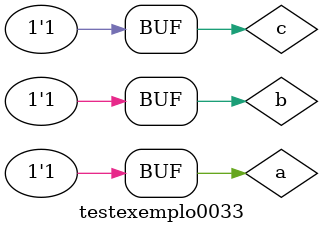
<source format=v>

module multiplexador(output s, input p, input q, input r);

wire temp1, temp2, temp3;

not(temp3, r);
and(temp1, p, temp3);
and(temp2, q, r);
or (   s,temp1, temp2);

endmodule

module exemplo0033(output s,	output s1, input p, input q, input chave);

wire temp1, temp2, temp3, temp4;

and(temp1, p, q);
nand(temp2, p, q);
or (temp3, p, q);
nor(temp4, p, q);

multiplexador MULT(s, temp1, temp2, chave);
multiplexador MULT2(s1, temp3, temp4, chave);

endmodule

module testexemplo0033;
reg a, b, c;
wire s, s1;

exemplo0033 Q03(s, s1, a, b, c);

initial begin
a = 'b0;
b = 'b0;
c = 'b0;

#1$monitor("%3b %3b %3b = %3b %3b", a, b, c, s, s1);

#1a= 'b0;b= 'b0;c= 'b1;
#1a= 'b0;b= 'b1;c= 'b0;
#1a= 'b0;b= 'b1;c= 'b1;
#1a= 'b1;b= 'b0;c= 'b0;
#1a= 'b1;b= 'b0;c= 'b1;
#1a= 'b1;b= 'b1;c= 'b0;
#1a= 'b1;b= 'b1;c= 'b1;

end
endmodule
</source>
